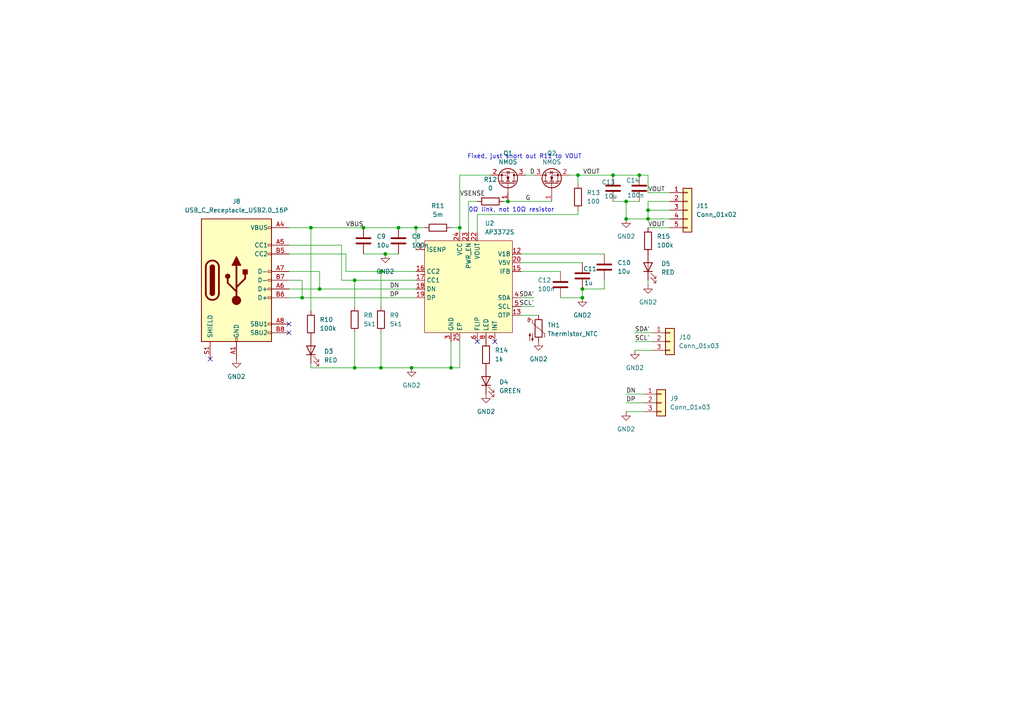
<source format=kicad_sch>
(kicad_sch (version 20231120) (generator "eeschema") (generator_version "8.0")
  (paper "A4")
  (lib_symbols
    (symbol "Connector:USB_C_Receptacle_USB2.0_16P" (pin_names (offset 1.016))
      (property "Reference" "J" (at 0 22.225 0))
      (property "Value" "USB_C_Receptacle_USB2.0_16P" (at 0 19.685 0))
      (symbol "USB_C_Receptacle_USB2.0_16P_0_0"
        (rectangle (start -0.254 -17.78) (end 0.254 -16.764))
        (rectangle (start 10.16 -14.986) (end 9.144 -15.494))
        (rectangle (start 10.16 -12.446) (end 9.144 -12.954))
        (rectangle (start 10.16 -4.826) (end 9.144 -5.334))
        (rectangle (start 10.16 -2.286) (end 9.144 -2.794))
        (rectangle (start 10.16 0.254) (end 9.144 -0.254))
        (rectangle (start 10.16 2.794) (end 9.144 2.286))
        (rectangle (start 10.16 7.874) (end 9.144 7.366))
        (rectangle (start 10.16 10.414) (end 9.144 9.906))
        (rectangle (start 10.16 15.494) (end 9.144 14.986))
      )
      (symbol "USB_C_Receptacle_USB2.0_16P_0_1"
        (rectangle (start -10.16 17.78) (end 10.16 -17.78) (stroke (width 0.254)) (fill (type background)))
        (arc (start -8.89 -3.81) (mid -6.985 -5.7067) (end -5.08 -3.81) (stroke (width 0.508)))
        (arc (start -7.62 -3.81) (mid -6.985 -4.4423) (end -6.35 -3.81) (stroke (width 0.254)))
        (arc (start -7.62 -3.81) (mid -6.985 -4.4423) (end -6.35 -3.81) (stroke (width 0.254)) (fill (type outline)))
        (rectangle (start -7.62 -3.81) (end -6.35 3.81) (stroke (width 0.254)) (fill (type outline)))
        (arc (start -6.35 3.81) (mid -6.985 4.4423) (end -7.62 3.81) (stroke (width 0.254)))
        (arc (start -6.35 3.81) (mid -6.985 4.4423) (end -7.62 3.81) (stroke (width 0.254)) (fill (type outline)))
        (arc (start -5.08 3.81) (mid -6.985 5.7067) (end -8.89 3.81) (stroke (width 0.508)))
        (circle (center -2.54 1.143) (radius 0.635) (stroke (width 0.254)) (fill (type outline)))
        (circle (center 0 -5.842) (radius 1.27) (fill (type outline)))
        (polyline (pts (xy -8.89 -3.81) (xy -8.89 3.81)) (stroke (width 0.508)))
        (polyline (pts (xy -5.08 3.81) (xy -5.08 -3.81)) (stroke (width 0.508)))
        (polyline (pts (xy 0 -5.842) (xy 0 4.318)) (stroke (width 0.508)))
        (polyline (pts (xy 0 -3.302) (xy -2.54 -0.762) (xy -2.54 0.508)) (stroke (width 0.508)))
        (polyline (pts (xy 0 -2.032) (xy 2.54 0.508) (xy 2.54 1.778)) (stroke (width 0.508)))
        (polyline (pts (xy -1.27 4.318) (xy 0 6.858) (xy 1.27 4.318) (xy -1.27 4.318)) (stroke (width 0.254)) (fill (type outline)))
        (rectangle (start 1.905 1.778) (end 3.175 3.048) (stroke (width 0.254)) (fill (type outline)))
      )
      (symbol "USB_C_Receptacle_USB2.0_16P_1_1"
        (pin passive line (at 0 -22.86 90) (length 5.08) (name "GND") (number "A1"))
        (pin passive line (at 0 -22.86 90) (length 5.08) hide (name "GND") (number "A12"))
        (pin passive line (at 15.24 15.24 180) (length 5.08) (name "VBUS") (number "A4"))
        (pin bidirectional line (at 15.24 10.16 180) (length 5.08) (name "CC1") (number "A5"))
        (pin bidirectional line (at 15.24 -2.54 180) (length 5.08) (name "D+") (number "A6"))
        (pin bidirectional line (at 15.24 2.54 180) (length 5.08) (name "D-") (number "A7"))
        (pin bidirectional line (at 15.24 -12.7 180) (length 5.08) (name "SBU1") (number "A8"))
        (pin passive line (at 15.24 15.24 180) (length 5.08) hide (name "VBUS") (number "A9"))
        (pin passive line (at 0 -22.86 90) (length 5.08) hide (name "GND") (number "B1"))
        (pin passive line (at 0 -22.86 90) (length 5.08) hide (name "GND") (number "B12"))
        (pin passive line (at 15.24 15.24 180) (length 5.08) hide (name "VBUS") (number "B4"))
        (pin bidirectional line (at 15.24 7.62 180) (length 5.08) (name "CC2") (number "B5"))
        (pin bidirectional line (at 15.24 -5.08 180) (length 5.08) (name "D+") (number "B6"))
        (pin bidirectional line (at 15.24 0 180) (length 5.08) (name "D-") (number "B7"))
        (pin bidirectional line (at 15.24 -15.24 180) (length 5.08) (name "SBU2") (number "B8"))
        (pin passive line (at 15.24 15.24 180) (length 5.08) hide (name "VBUS") (number "B9"))
        (pin passive line (at -7.62 -22.86 90) (length 5.08) (name "SHIELD") (number "S1"))
      )
    )
    (symbol "Connector_Generic:Conn_01x03" (pin_names (offset 1.016) hide)
      (property "Reference" "J" (at 0 5.08 0))
      (property "Value" "Conn_01x03" (at 0 -5.08 0))
      (symbol "Conn_01x03_1_1"
        (rectangle (start -1.27 -2.413) (end 0 -2.667) (stroke (width 0.1524)))
        (rectangle (start -1.27 0.127) (end 0 -0.127) (stroke (width 0.1524)))
        (rectangle (start -1.27 2.667) (end 0 2.413) (stroke (width 0.1524)))
        (rectangle (start -1.27 3.81) (end 1.27 -3.81) (stroke (width 0.254)) (fill (type background)))
        (pin passive line (at -5.08 2.54 0) (length 3.81) (name "Pin_1") (number "1"))
        (pin passive line (at -5.08 0 0) (length 3.81) (name "Pin_2") (number "2"))
        (pin passive line (at -5.08 -2.54 0) (length 3.81) (name "Pin_3") (number "3"))
      )
    )
    (symbol "Connector_Generic:Conn_01x05" (pin_names (offset 1.016) hide)
      (property "Reference" "J" (at 0 7.62 0))
      (property "Value" "Conn_01x05" (at 0 -7.62 0))
      (symbol "Conn_01x05_1_1"
        (rectangle (start -1.27 -4.953) (end 0 -5.207) (stroke (width 0.1524)))
        (rectangle (start -1.27 -2.413) (end 0 -2.667) (stroke (width 0.1524)))
        (rectangle (start -1.27 0.127) (end 0 -0.127) (stroke (width 0.1524)))
        (rectangle (start -1.27 2.667) (end 0 2.413) (stroke (width 0.1524)))
        (rectangle (start -1.27 5.207) (end 0 4.953) (stroke (width 0.1524)))
        (rectangle (start -1.27 6.35) (end 1.27 -6.35) (stroke (width 0.254)) (fill (type background)))
        (pin passive line (at -5.08 5.08 0) (length 3.81) (name "Pin_1") (number "1"))
        (pin passive line (at -5.08 2.54 0) (length 3.81) (name "Pin_2") (number "2"))
        (pin passive line (at -5.08 0 0) (length 3.81) (name "Pin_3") (number "3"))
        (pin passive line (at -5.08 -2.54 0) (length 3.81) (name "Pin_4") (number "4"))
        (pin passive line (at -5.08 -5.08 0) (length 3.81) (name "Pin_5") (number "5"))
      )
    )
    (symbol "Custom:AP33772S"
      (property "Reference" "U" (at 0 1.016 0))
      (property "Value" "AP3372S" (at 0 -1.524 0))
      (symbol "AP33772S_1_1"
        (rectangle (start -12.7 12.7) (end 12.7 -13.97) (fill (type background)))
        (pin input line (at -15.24 10.16 0) (length 2.54) (name "ISENP") (number "1"))
        (pin no_connect line (at -15.24 -11.43 0) (length 2.54) hide (name "NC") (number "10"))
        (pin no_connect line (at -15.24 -12.7 0) (length 2.54) hide (name "NC") (number "11"))
        (pin input line (at 15.24 8.89 180) (length 2.54) (name "V18") (number "12"))
        (pin input line (at 15.24 -8.89 180) (length 2.54) (name "OTP") (number "13"))
        (pin no_connect line (at -15.24 -7.62 0) (length 2.54) hide (name "NC") (number "14"))
        (pin input line (at 15.24 3.81 180) (length 2.54) (name "IFB") (number "15"))
        (pin input line (at -15.24 3.81 0) (length 2.54) (name "CC2") (number "16"))
        (pin input line (at -15.24 1.27 0) (length 2.54) (name "CC1") (number "17"))
        (pin input line (at -15.24 -1.27 0) (length 2.54) (name "DN") (number "18"))
        (pin input line (at -15.24 -3.81 0) (length 2.54) (name "DP") (number "19"))
        (pin no_connect line (at -15.24 -6.35 0) (length 2.54) hide (name "NC") (number "2"))
        (pin input line (at 15.24 6.35 180) (length 2.54) (name "V5V") (number "20"))
        (pin no_connect line (at -15.24 -10.16 0) (length 2.54) hide (name "NC") (number "21"))
        (pin input line (at 2.54 15.24 270) (length 2.54) (name "VOUT") (number "22"))
        (pin input line (at 0 15.24 270) (length 2.54) (name "PWR_EN") (number "23"))
        (pin input line (at -2.54 15.24 270) (length 2.54) (name "VCC") (number "24"))
        (pin input line (at -2.54 -16.51 90) (length 2.54) (name "EP") (number "25"))
        (pin input line (at -5.08 -16.51 90) (length 2.54) (name "GND") (number "3"))
        (pin input line (at 15.24 -3.81 180) (length 2.54) (name "SDA") (number "4"))
        (pin input line (at 15.24 -6.35 180) (length 2.54) (name "SCL") (number "5"))
        (pin input line (at 2.54 -16.51 90) (length 2.54) (name "FLIP") (number "6"))
        (pin no_connect line (at -15.24 -8.89 0) (length 2.54) hide (name "NC") (number "7"))
        (pin input line (at 5.08 -16.51 90) (length 2.54) (name "LED") (number "8"))
        (pin input line (at 7.62 -16.51 90) (length 2.54) (name "INT") (number "9"))
      )
    )
    (symbol "Device:C" (pin_numbers hide) (pin_names (offset 0.254))
      (property "Reference" "C" (at 0.635 2.54 0))
      (property "Value" "C" (at 0.635 -2.54 0))
      (symbol "C_0_1"
        (polyline (pts (xy -2.032 -0.762) (xy 2.032 -0.762)) (stroke (width 0.508)))
        (polyline (pts (xy -2.032 0.762) (xy 2.032 0.762)) (stroke (width 0.508)))
      )
      (symbol "C_1_1"
        (pin passive line (at 0 3.81 270) (length 2.794) (name "~") (number "1"))
        (pin passive line (at 0 -3.81 90) (length 2.794) (name "~") (number "2"))
      )
    )
    (symbol "Device:LED" (pin_numbers hide) (pin_names (offset 1.016) hide)
      (property "Reference" "D" (at 0 2.54 0))
      (property "Value" "LED" (at 0 -2.54 0))
      (symbol "LED_0_1"
        (polyline (pts (xy -1.27 -1.27) (xy -1.27 1.27)) (stroke (width 0.254)))
        (polyline (pts (xy -1.27 0) (xy 1.27 0)))
        (polyline (pts (xy 1.27 -1.27) (xy 1.27 1.27) (xy -1.27 0) (xy 1.27 -1.27)) (stroke (width 0.254)))
        (polyline (pts (xy -3.048 -0.762) (xy -4.572 -2.286) (xy -3.81 -2.286) (xy -4.572 -2.286) (xy -4.572 -1.524)))
        (polyline (pts (xy -1.778 -0.762) (xy -3.302 -2.286) (xy -2.54 -2.286) (xy -3.302 -2.286) (xy -3.302 -1.524)))
      )
      (symbol "LED_1_1"
        (pin passive line (at -3.81 0 0) (length 2.54) (name "K") (number "1"))
        (pin passive line (at 3.81 0 180) (length 2.54) (name "A") (number "2"))
      )
    )
    (symbol "Device:R" (pin_numbers hide) (pin_names (offset 0))
      (property "Reference" "R" (at 2.032 0 90))
      (property "Value" "R" (at 0 0 90))
      (symbol "R_0_1"
        (rectangle (start -1.016 -2.54) (end 1.016 2.54) (stroke (width 0.254)))
      )
      (symbol "R_1_1"
        (pin passive line (at 0 3.81 270) (length 1.27) (name "~") (number "1"))
        (pin passive line (at 0 -3.81 90) (length 1.27) (name "~") (number "2"))
      )
    )
    (symbol "Device:Thermistor_NTC" (pin_numbers hide) (pin_names (offset 0))
      (property "Reference" "TH" (at -4.445 0 90))
      (property "Value" "Thermistor_NTC" (at 3.175 0 90))
      (symbol "Thermistor_NTC_0_1"
        (arc (start -3.048 2.159) (mid -3.0495 2.3143) (end -3.175 2.413))
        (arc (start -3.048 2.159) (mid -2.9736 1.9794) (end -2.794 1.905))
        (arc (start -3.048 2.794) (mid -2.9736 2.6144) (end -2.794 2.54))
        (arc (start -2.794 1.905) (mid -2.6144 1.9794) (end -2.54 2.159))
        (arc (start -2.794 2.54) (mid -2.4393 2.5587) (end -2.159 2.794))
        (arc (start -2.794 3.048) (mid -2.9736 2.9736) (end -3.048 2.794))
        (arc (start -2.54 2.794) (mid -2.6144 2.9736) (end -2.794 3.048))
        (rectangle (start -1.016 2.54) (end 1.016 -2.54) (stroke (width 0.254)))
        (polyline (pts (xy -2.54 2.159) (xy -2.54 2.794)))
        (polyline (pts (xy -1.778 2.54) (xy -1.778 1.524) (xy 1.778 -1.524) (xy 1.778 -2.54)))
        (polyline (pts (xy -2.54 -3.683) (xy -2.54 -1.397) (xy -2.794 -2.159) (xy -2.286 -2.159) (xy -2.54 -1.397) (xy -2.54 -1.651)) (fill (type outline)))
        (polyline (pts (xy -1.778 -1.397) (xy -1.778 -3.683) (xy -2.032 -2.921) (xy -1.524 -2.921) (xy -1.778 -3.683) (xy -1.778 -3.429)) (fill (type outline)))
      )
      (symbol "Thermistor_NTC_1_1"
        (pin passive line (at 0 3.81 270) (length 1.27) (name "~") (number "1"))
        (pin passive line (at 0 -3.81 90) (length 1.27) (name "~") (number "2"))
      )
    )
    (symbol "Transistor_FET:BSS138" (pin_names hide)
      (property "Reference" "Q" (at 5.08 1.905 0))
      (property "Value" "BSS138" (at 5.08 0 0))
      (symbol "BSS138_0_1"
        (polyline (pts (xy 0.254 0) (xy -2.54 0)))
        (polyline (pts (xy 0.254 1.905) (xy 0.254 -1.905)) (stroke (width 0.254)))
        (polyline (pts (xy 0.762 -1.27) (xy 0.762 -2.286)) (stroke (width 0.254)))
        (polyline (pts (xy 0.762 0.508) (xy 0.762 -0.508)) (stroke (width 0.254)))
        (polyline (pts (xy 0.762 2.286) (xy 0.762 1.27)) (stroke (width 0.254)))
        (polyline (pts (xy 2.54 2.54) (xy 2.54 1.778)))
        (polyline (pts (xy 2.54 -2.54) (xy 2.54 0) (xy 0.762 0)))
        (polyline (pts (xy 0.762 -1.778) (xy 3.302 -1.778) (xy 3.302 1.778) (xy 0.762 1.778)))
        (polyline (pts (xy 1.016 0) (xy 2.032 0.381) (xy 2.032 -0.381) (xy 1.016 0)) (fill (type outline)))
        (polyline (pts (xy 2.794 0.508) (xy 2.921 0.381) (xy 3.683 0.381) (xy 3.81 0.254)))
        (polyline (pts (xy 3.302 0.381) (xy 2.921 -0.254) (xy 3.683 -0.254) (xy 3.302 0.381)))
        (circle (center 1.651 0) (radius 2.794) (stroke (width 0.254)))
        (circle (center 2.54 -1.778) (radius 0.254) (fill (type outline)))
        (circle (center 2.54 1.778) (radius 0.254) (fill (type outline)))
      )
      (symbol "BSS138_1_1"
        (pin input line (at -5.08 0 0) (length 2.54) (name "G") (number "1"))
        (pin passive line (at 2.54 -5.08 90) (length 2.54) (name "S") (number "2"))
        (pin passive line (at 2.54 5.08 270) (length 2.54) (name "D") (number "3"))
      )
    )
    (symbol "power:GND2" (power) (pin_names (offset 0))
      (property "Value" "GND2" (at 0 -3.81 0))
      (symbol "GND2_0_1"
        (polyline (pts (xy 0 0) (xy 0 -1.27) (xy 1.27 -1.27) (xy 0 -2.54) (xy -1.27 -1.27) (xy 0 -1.27)))
      )
      (symbol "GND2_1_1"
        (pin power_in line (at 0 0 270) (length 0) hide (name "GND2") (number "1"))
      )
    )
  )
  (junction (at 105.41 66.04))
  (junction (at 168.91 83.82))
  (junction (at 110.49 78.74))
  (junction (at 187.96 63.5))
  (junction (at 102.87 81.28))
  (junction (at 130.81 106.68))
  (junction (at 147.32 58.42))
  (junction (at 102.87 106.68))
  (junction (at 92.71 83.82))
  (junction (at 119.38 106.68))
  (junction (at 181.61 58.42))
  (junction (at 187.96 60.96))
  (junction (at 167.64 50.8))
  (junction (at 177.8 50.8))
  (junction (at 111.76 73.66))
  (junction (at 90.17 66.04))
  (junction (at 185.42 50.8))
  (junction (at 115.57 66.04))
  (junction (at 133.35 66.04))
  (junction (at 110.49 106.68))
  (junction (at 120.65 66.04))
  (junction (at 181.61 63.5))
  (junction (at 87.63 86.36))
  (junction (at 168.91 86.36))
  (no_connect (at 83.82 96.52))
  (no_connect (at 143.51 99.06))
  (no_connect (at 83.82 93.98))
  (no_connect (at 138.43 99.06))
  (no_connect (at 60.96 104.14))
  (wire (pts (xy 175.26 83.82) (xy 175.26 81.28)))
  (wire (pts (xy 181.61 116.84) (xy 186.69 116.84)))
  (wire (pts (xy 184.15 99.06) (xy 189.23 99.06)))
  (wire (pts (xy 185.42 50.8) (xy 187.96 50.8)))
  (wire (pts (xy 187.96 63.5) (xy 194.31 63.5)))
  (wire (pts (xy 151.13 78.74) (xy 162.56 78.74)))
  (wire (pts (xy 154.94 50.8) (xy 152.4 50.8)))
  (wire (pts (xy 102.87 81.28) (xy 120.65 81.28)))
  (wire (pts (xy 181.61 119.38) (xy 186.69 119.38)))
  (wire (pts (xy 187.96 81.28) (xy 187.96 82.55)))
  (wire (pts (xy 83.82 73.66) (xy 100.33 73.66)))
  (wire (pts (xy 187.96 50.8) (xy 187.96 55.88)))
  (wire (pts (xy 115.57 66.04) (xy 120.65 66.04)))
  (wire (pts (xy 90.17 105.41) (xy 90.17 106.68)))
  (wire (pts (xy 151.13 88.9) (xy 154.94 88.9)))
  (wire (pts (xy 181.61 58.42) (xy 181.61 63.5)))
  (wire (pts (xy 151.13 73.66) (xy 175.26 73.66)))
  (wire (pts (xy 133.35 106.68) (xy 130.81 106.68)))
  (wire (pts (xy 87.63 86.36) (xy 120.65 86.36)))
  (wire (pts (xy 110.49 106.68) (xy 119.38 106.68)))
  (wire (pts (xy 133.35 99.06) (xy 133.35 106.68)))
  (wire (pts (xy 92.71 78.74) (xy 92.71 83.82)))
  (wire (pts (xy 181.61 63.5) (xy 187.96 63.5)))
  (wire (pts (xy 100.33 78.74) (xy 110.49 78.74)))
  (wire (pts (xy 120.65 66.04) (xy 120.65 72.39)))
  (wire (pts (xy 168.91 83.82) (xy 175.26 83.82)))
  (wire (pts (xy 110.49 78.74) (xy 120.65 78.74)))
  (wire (pts (xy 181.61 114.3) (xy 186.69 114.3)))
  (wire (pts (xy 187.96 60.96) (xy 194.31 60.96)))
  (wire (pts (xy 87.63 81.28) (xy 87.63 86.36)))
  (wire (pts (xy 184.15 96.52) (xy 189.23 96.52)))
  (wire (pts (xy 138.43 67.31) (xy 138.43 62.23)))
  (wire (pts (xy 130.81 99.06) (xy 130.81 106.68)))
  (wire (pts (xy 133.35 50.8) (xy 142.24 50.8)))
  (wire (pts (xy 130.81 106.68) (xy 119.38 106.68)))
  (wire (pts (xy 83.82 66.04) (xy 90.17 66.04)))
  (wire (pts (xy 105.41 66.04) (xy 115.57 66.04)))
  (wire (pts (xy 162.56 86.36) (xy 168.91 86.36)))
  (wire (pts (xy 133.35 66.04) (xy 133.35 50.8)))
  (wire (pts (xy 177.8 58.42) (xy 181.61 58.42)))
  (wire (pts (xy 194.31 58.42) (xy 187.96 58.42)))
  (wire (pts (xy 187.96 60.96) (xy 187.96 63.5)))
  (wire (pts (xy 92.71 83.82) (xy 120.65 83.82)))
  (wire (pts (xy 120.65 66.04) (xy 123.19 66.04)))
  (wire (pts (xy 138.43 62.23) (xy 167.64 62.23)))
  (wire (pts (xy 167.64 53.34) (xy 167.64 50.8)))
  (wire (pts (xy 177.8 50.8) (xy 185.42 50.8)))
  (wire (pts (xy 102.87 106.68) (xy 110.49 106.68)))
  (wire (pts (xy 147.32 58.42) (xy 160.02 58.42)))
  (wire (pts (xy 151.13 86.36) (xy 154.94 86.36)))
  (wire (pts (xy 165.1 50.8) (xy 167.64 50.8)))
  (wire (pts (xy 90.17 66.04) (xy 90.17 90.17)))
  (wire (pts (xy 110.49 78.74) (xy 110.49 88.9)))
  (wire (pts (xy 83.82 81.28) (xy 87.63 81.28)))
  (wire (pts (xy 133.35 66.04) (xy 133.35 67.31)))
  (wire (pts (xy 167.64 62.23) (xy 167.64 60.96)))
  (wire (pts (xy 102.87 96.52) (xy 102.87 106.68)))
  (wire (pts (xy 194.31 66.04) (xy 187.96 66.04)))
  (wire (pts (xy 151.13 76.2) (xy 168.91 76.2)))
  (wire (pts (xy 184.15 101.6) (xy 189.23 101.6)))
  (wire (pts (xy 168.91 86.36) (xy 168.91 83.82)))
  (wire (pts (xy 194.31 55.88) (xy 187.96 55.88)))
  (wire (pts (xy 99.06 81.28) (xy 102.87 81.28)))
  (wire (pts (xy 187.96 58.42) (xy 187.96 60.96)))
  (wire (pts (xy 99.06 71.12) (xy 99.06 81.28)))
  (wire (pts (xy 105.41 73.66) (xy 111.76 73.66)))
  (wire (pts (xy 102.87 81.28) (xy 102.87 88.9)))
  (wire (pts (xy 130.81 66.04) (xy 133.35 66.04)))
  (wire (pts (xy 87.63 86.36) (xy 83.82 86.36)))
  (wire (pts (xy 110.49 96.52) (xy 110.49 106.68)))
  (wire (pts (xy 100.33 73.66) (xy 100.33 78.74)))
  (wire (pts (xy 181.61 58.42) (xy 185.42 58.42)))
  (wire (pts (xy 90.17 106.68) (xy 102.87 106.68)))
  (wire (pts (xy 146.05 58.42) (xy 147.32 58.42)))
  (wire (pts (xy 167.64 50.8) (xy 177.8 50.8)))
  (wire (pts (xy 83.82 78.74) (xy 92.71 78.74)))
  (wire (pts (xy 135.89 58.42) (xy 138.43 58.42)))
  (wire (pts (xy 151.13 91.44) (xy 156.21 91.44)))
  (wire (pts (xy 111.76 73.66) (xy 115.57 73.66)))
  (wire (pts (xy 135.89 67.31) (xy 135.89 58.42)))
  (wire (pts (xy 90.17 66.04) (xy 105.41 66.04)))
  (wire (pts (xy 83.82 83.82) (xy 92.71 83.82)))
  (wire (pts (xy 83.82 71.12) (xy 99.06 71.12)))
  (text "Fixed, just short out R11 to VOUT" (at 152.146 45.466 0) (effects (font (size 1.27 1.27))))
  (text "0Ω link, not 10Ω resistor" (at 148.336 60.96 0) (effects (font (size 1.27 1.27))))
  (label "SCL'" (at 154.94 88.9 180))
  (label "SDA'" (at 184.15 96.52 0))
  (label "DN" (at 181.61 114.3 0))
  (label "D" (at 153.67 50.8 0))
  (label "VSENSE" (at 133.35 57.15 0))
  (label "DP" (at 113.03 86.36 0))
  (label "DN" (at 113.03 83.82 0))
  (label "VOUT" (at 187.96 55.88 0))
  (label "G" (at 152.4 58.42 0))
  (label "DP" (at 181.61 116.84 0))
  (label "SCL'" (at 184.15 99.06 0))
  (label "VBUS" (at 100.33 66.04 0))
  (label "SDA'" (at 154.94 86.36 180))
  (label "VOUT" (at 173.99 50.8 180))
  (label "VOUT" (at 187.96 66.04 0))
  (symbol (lib_id "Device:Thermistor_NTC") (at 156.21 95.25 0) (unit 1)
    (property "Reference" "TH1" (at 158.75 94.2974 0) (effects (justify left)))
    (property "Value" "Thermistor_NTC" (at 158.75 96.8374 0) (effects (justify left)))
    (property "Footprint" "Resistor_SMD:R_0805_2012Metric_Pad1.20x1.40mm_HandSolder" (effects (hide yes)))
    (property "Description" "Temperature dependent resistor, negative temperature coefficient" (effects (hide yes)))
  )
  (symbol (lib_id "Transistor_FET:BSS138") (at 160.02 53.34 90) (unit 1)
    (property "Reference" "Q2" (at 160.02 44.45 90))
    (property "Value" "NMOS" (at 160.02 46.99 90))
    (property "Footprint" "Package_TO_SOT_SMD:SOT-23" (effects (hide yes)))
    (property "Datasheet" "https://www.onsemi.com/pub/Collateral/BSS138-D.PDF" (effects (hide yes)))
    (property "Description" "50V Vds, 0.22A Id, N-Channel MOSFET, SOT-23" (effects (hide yes)))
    (property "Sim.Device" "NMOS" (effects (hide yes)))
    (property "Sim.Type" "VDMOS" (effects (hide yes)))
    (property "Sim.Pins" "1=D 2=G 3=S" (effects (hide yes)))
  )
  (symbol (lib_id "Device:R") (at 102.87 92.71 0) (unit 1)
    (property "Reference" "R8" (at 105.41 91.4399 0) (effects (justify left)))
    (property "Value" "5k1" (at 105.41 93.9799 0) (effects (justify left)))
    (property "Footprint" "Resistor_SMD:R_0805_2012Metric_Pad1.20x1.40mm_HandSolder" (effects (hide yes)))
    (property "Description" "Resistor" (effects (hide yes)))
  )
  (symbol (lib_id "power:GND2") (at 68.58 104.14 0) (unit 1)
    (property "Reference" "#PWR030" (effects (hide yes)))
    (property "Value" "GND2" (at 68.58 109.22 0))
    (property "Description" "Power symbol creates a global label with name \"GND2\" , ground" (effects (hide yes)))
  )
  (symbol (lib_id "Device:R") (at 142.24 58.42 90) (unit 1)
    (property "Reference" "R12" (at 142.24 52.07 90))
    (property "Value" "0" (at 142.24 54.61 90))
    (property "Footprint" "Resistor_SMD:R_0805_2012Metric_Pad1.20x1.40mm_HandSolder" (effects (hide yes)))
    (property "Description" "Resistor" (effects (hide yes)))
  )
  (symbol (lib_id "Device:R") (at 127 66.04 90) (unit 1)
    (property "Reference" "R11" (at 127 59.69 90))
    (property "Value" "5m" (at 127 62.23 90))
    (property "Footprint" "Resistor_SMD:R_2512_6332Metric_Pad1.40x3.35mm_HandSolder" (effects (hide yes)))
    (property "Description" "Resistor" (effects (hide yes)))
  )
  (symbol (lib_id "power:GND2") (at 187.96 82.55 0) (unit 1)
    (property "Reference" "#PWR038" (effects (hide yes)))
    (property "Value" "GND2" (at 187.96 87.63 0))
    (property "Description" "Power symbol creates a global label with name \"GND2\" , ground" (effects (hide yes)))
  )
  (symbol (lib_id "Device:LED") (at 140.97 110.49 90) (unit 1)
    (property "Reference" "D4" (at 144.78 110.8074 90) (effects (justify right)))
    (property "Value" "GREEN" (at 144.78 113.3474 90) (effects (justify right)))
    (property "Footprint" "LED_SMD:LED_0805_2012Metric_Pad1.15x1.40mm_HandSolder" (effects (hide yes)))
    (property "Description" "Light emitting diode" (effects (hide yes)))
  )
  (symbol (lib_id "power:GND2") (at 119.38 106.68 0) (unit 1)
    (property "Reference" "#PWR029" (effects (hide yes)))
    (property "Value" "GND2" (at 119.38 111.76 0))
    (property "Description" "Power symbol creates a global label with name \"GND2\" , ground" (effects (hide yes)))
  )
  (symbol (lib_id "power:GND2") (at 111.76 73.66 0) (unit 1)
    (property "Reference" "#PWR031" (effects (hide yes)))
    (property "Value" "GND2" (at 111.76 78.74 0))
    (property "Description" "Power symbol creates a global label with name \"GND2\" , ground" (effects (hide yes)))
  )
  (symbol (lib_id "power:GND2") (at 168.91 86.36 0) (unit 1)
    (property "Reference" "#PWR033" (effects (hide yes)))
    (property "Value" "GND2" (at 168.91 91.44 0))
    (property "Description" "Power symbol creates a global label with name \"GND2\" , ground" (effects (hide yes)))
  )
  (symbol (lib_id "power:GND2") (at 140.97 114.3 0) (unit 1)
    (property "Reference" "#PWR034" (effects (hide yes)))
    (property "Value" "GND2" (at 140.97 119.38 0))
    (property "Description" "Power symbol creates a global label with name \"GND2\" , ground" (effects (hide yes)))
  )
  (symbol (lib_id "power:GND2") (at 184.15 101.6 0) (unit 1)
    (property "Reference" "#PWR036" (effects (hide yes)))
    (property "Value" "GND2" (at 184.15 106.68 0))
    (property "Description" "Power symbol creates a global label with name \"GND2\" , ground" (effects (hide yes)))
  )
  (symbol (lib_id "power:GND2") (at 156.21 99.06 0) (unit 1)
    (property "Reference" "#PWR032" (effects (hide yes)))
    (property "Value" "GND2" (at 156.21 104.14 0))
    (property "Description" "Power symbol creates a global label with name \"GND2\" , ground" (effects (hide yes)))
  )
  (symbol (lib_id "power:GND2") (at 181.61 63.5 0) (unit 1)
    (property "Reference" "#PWR037" (effects (hide yes)))
    (property "Value" "GND2" (at 181.61 68.58 0))
    (property "Description" "Power symbol creates a global label with name \"GND2\" , ground" (effects (hide yes)))
  )
  (symbol (lib_id "Device:LED") (at 90.17 101.6 90) (unit 1)
    (property "Reference" "D3" (at 93.98 101.9174 90) (effects (justify right)))
    (property "Value" "RED" (at 93.98 104.4574 90) (effects (justify right)))
    (property "Footprint" "LED_SMD:LED_0805_2012Metric_Pad1.15x1.40mm_HandSolder" (effects (hide yes)))
    (property "Description" "Light emitting diode" (effects (hide yes)))
  )
  (symbol (lib_id "Connector_Generic:Conn_01x03") (at 194.31 99.06 0) (unit 1)
    (property "Reference" "J10" (at 196.85 97.7899 0) (effects (justify left)))
    (property "Value" "Conn_01x03" (at 196.85 100.3299 0) (effects (justify left)))
    (property "Footprint" "Connector_PinHeader_2.54mm:PinHeader_1x03_P2.54mm_Vertical" (effects (hide yes)))
    (property "Description" "Generic connector, single row, 01x03, script generated (kicad-library-utils/schlib/autogen/connector/)" (effects (hide yes)))
  )
  (symbol (lib_id "Device:LED") (at 187.96 77.47 90) (unit 1)
    (property "Reference" "D5" (at 191.77 76.454 90) (effects (justify right)))
    (property "Value" "RED" (at 191.77 78.994 90) (effects (justify right)))
    (property "Footprint" "LED_SMD:LED_0805_2012Metric_Pad1.15x1.40mm_HandSolder" (effects (hide yes)))
    (property "Description" "Light emitting diode" (effects (hide yes)))
  )
  (symbol (lib_id "Device:C") (at 115.57 69.85 0) (unit 1)
    (property "Reference" "C8" (at 119.38 68.5799 0) (effects (justify left)))
    (property "Value" "100n" (at 119.38 71.1199 0) (effects (justify left)))
    (property "Footprint" "Capacitor_SMD:C_0805_2012Metric_Pad1.18x1.45mm_HandSolder" (effects (hide yes)))
    (property "Description" "Unpolarized capacitor" (effects (hide yes)))
  )
  (symbol (lib_id "Device:R") (at 140.97 102.87 0) (unit 1)
    (property "Reference" "R14" (at 143.51 101.5999 0) (effects (justify left)))
    (property "Value" "1k" (at 143.51 104.1399 0) (effects (justify left)))
    (property "Footprint" "Resistor_SMD:R_0805_2012Metric_Pad1.20x1.40mm_HandSolder" (effects (hide yes)))
    (property "Description" "Resistor" (effects (hide yes)))
  )
  (symbol (lib_id "Device:R") (at 90.17 93.98 0) (unit 1)
    (property "Reference" "R10" (at 92.71 92.7099 0) (effects (justify left)))
    (property "Value" "100k" (at 92.71 95.2499 0) (effects (justify left)))
    (property "Footprint" "Resistor_SMD:R_0805_2012Metric_Pad1.20x1.40mm_HandSolder" (effects (hide yes)))
    (property "Description" "Resistor" (effects (hide yes)))
  )
  (symbol (lib_id "Connector_Generic:Conn_01x05") (at 199.39 60.96 0) (unit 1)
    (property "Reference" "J11" (at 201.93 59.6899 0) (effects (justify left)))
    (property "Value" "Conn_01x02" (at 201.93 62.2299 0) (effects (justify left)))
    (property "Footprint" "Connector_PinHeader_2.54mm:PinHeader_1x05_P2.54mm_Vertical" (effects (hide yes)))
    (property "Description" "Generic connector, single row, 01x05, script generated (kicad-library-utils/schlib/autogen/connector/)" (effects (hide yes)))
  )
  (symbol (lib_id "Device:R") (at 187.96 69.85 0) (unit 1)
    (property "Reference" "R15" (at 190.5 68.5799 0) (effects (justify left)))
    (property "Value" "100k" (at 190.5 71.1199 0) (effects (justify left)))
    (property "Footprint" "Resistor_SMD:R_0805_2012Metric_Pad1.20x1.40mm_HandSolder" (effects (hide yes)))
    (property "Description" "Resistor" (effects (hide yes)))
  )
  (symbol (lib_id "Connector:USB_C_Receptacle_USB2.0_16P") (at 68.58 81.28 0) (unit 1)
    (property "Reference" "J8" (at 68.58 58.42 0))
    (property "Value" "USB_C_Receptacle_USB2.0_16P" (at 68.58 60.96 0))
    (property "Footprint" "misc:usb_c_connector" (effects (hide yes)))
    (property "Datasheet" "https://www.usb.org/sites/default/files/documents/usb_type-c.zip" (effects (hide yes)))
    (property "Description" "USB 2.0-only 16P Type-C Receptacle connector" (effects (hide yes)))
  )
  (symbol (lib_id "Device:C") (at 162.56 82.55 0) (unit 1)
    (property "Reference" "C12" (at 155.956 81.28 0) (effects (justify left)))
    (property "Value" "100n" (at 155.956 83.82 0) (effects (justify left)))
    (property "Footprint" "Capacitor_SMD:C_0805_2012Metric_Pad1.18x1.45mm_HandSolder" (effects (hide yes)))
    (property "Description" "Unpolarized capacitor" (effects (hide yes)))
  )
  (symbol (lib_id "Device:C") (at 185.42 54.61 0) (unit 1)
    (property "Reference" "C14" (at 181.61 52.324 0) (effects (justify left)))
    (property "Value" "100n" (at 181.864 56.642 0) (effects (justify left)))
    (property "Footprint" "Capacitor_SMD:C_0805_2012Metric_Pad1.18x1.45mm_HandSolder" (effects (hide yes)))
    (property "Description" "Unpolarized capacitor" (effects (hide yes)))
  )
  (symbol (lib_id "Connector_Generic:Conn_01x03") (at 191.77 116.84 0) (unit 1)
    (property "Reference" "J9" (at 194.31 115.5699 0) (effects (justify left)))
    (property "Value" "Conn_01x03" (at 194.31 118.1099 0) (effects (justify left)))
    (property "Footprint" "Connector_PinHeader_2.54mm:PinHeader_1x03_P2.54mm_Vertical" (effects (hide yes)))
    (property "Description" "Generic connector, single row, 01x03, script generated (kicad-library-utils/schlib/autogen/connector/)" (effects (hide yes)))
  )
  (symbol (lib_id "Device:C") (at 177.8 54.61 0) (unit 1)
    (property "Reference" "C13" (at 174.498 52.832 0) (effects (justify left)))
    (property "Value" "10u" (at 175.26 56.896 0) (effects (justify left)))
    (property "Footprint" "Capacitor_SMD:C_1206_3216Metric_Pad1.33x1.80mm_HandSolder" (effects (hide yes)))
    (property "Description" "Unpolarized capacitor" (effects (hide yes)))
  )
  (symbol (lib_id "Device:R") (at 167.64 57.15 180) (unit 1)
    (property "Reference" "R13" (at 170.18 55.8799 0) (effects (justify right)))
    (property "Value" "100" (at 170.18 58.4199 0) (effects (justify right)))
    (property "Footprint" "Resistor_SMD:R_0805_2012Metric_Pad1.20x1.40mm_HandSolder" (effects (hide yes)))
    (property "Description" "Resistor" (effects (hide yes)))
  )
  (symbol (lib_id "Transistor_FET:BSS138") (at 147.32 53.34 270) (mirror x) (unit 1)
    (property "Reference" "Q1" (at 147.32 44.45 90))
    (property "Value" "NMOS" (at 147.32 46.99 90))
    (property "Footprint" "Package_TO_SOT_SMD:SOT-23" (effects (hide yes)))
    (property "Datasheet" "https://www.onsemi.com/pub/Collateral/BSS138-D.PDF" (effects (hide yes)))
    (property "Description" "50V Vds, 0.22A Id, N-Channel MOSFET, SOT-23" (effects (hide yes)))
    (property "Sim.Device" "NMOS" (effects (hide yes)))
    (property "Sim.Type" "VDMOS" (effects (hide yes)))
    (property "Sim.Pins" "1=D 2=G 3=S" (effects (hide yes)))
  )
  (symbol (lib_id "Device:R") (at 110.49 92.71 0) (unit 1)
    (property "Reference" "R9" (at 113.03 91.4399 0) (effects (justify left)))
    (property "Value" "5k1" (at 113.03 93.9799 0) (effects (justify left)))
    (property "Footprint" "Resistor_SMD:R_0805_2012Metric_Pad1.20x1.40mm_HandSolder" (effects (hide yes)))
    (property "Description" "Resistor" (effects (hide yes)))
  )
  (symbol (lib_id "Device:C") (at 105.41 69.85 0) (unit 1)
    (property "Reference" "C9" (at 109.22 68.5799 0) (effects (justify left)))
    (property "Value" "10u" (at 109.22 71.1199 0) (effects (justify left)))
    (property "Footprint" "Capacitor_SMD:C_1206_3216Metric_Pad1.33x1.80mm_HandSolder" (effects (hide yes)))
    (property "Description" "Unpolarized capacitor" (effects (hide yes)))
  )
  (symbol (lib_id "power:GND2") (at 181.61 119.38 0) (unit 1)
    (property "Reference" "#PWR035" (effects (hide yes)))
    (property "Value" "GND2" (at 181.61 124.46 0))
    (property "Description" "Power symbol creates a global label with name \"GND2\" , ground" (effects (hide yes)))
  )
  (symbol (lib_id "Custom:AP33772S") (at 135.89 82.55 0) (unit 1)
    (property "Reference" "U2" (at 140.6241 64.77 0) (effects (justify left)))
    (property "Value" "AP3372S" (at 140.6241 67.31 0) (effects (justify left)))
    (property "Footprint" "Package_DFN_QFN:QFN-24-1EP_4x4mm_P0.5mm_EP2.6x2.6mm" (effects (hide yes)))
  )
  (symbol (lib_id "Device:C") (at 175.26 77.47 0) (unit 1)
    (property "Reference" "C10" (at 179.07 76.1999 0) (effects (justify left)))
    (property "Value" "10u" (at 179.07 78.7399 0) (effects (justify left)))
    (property "Footprint" "Capacitor_SMD:C_0805_2012Metric_Pad1.18x1.45mm_HandSolder" (effects (hide yes)))
    (property "Description" "Unpolarized capacitor" (effects (hide yes)))
  )
  (symbol (lib_id "Device:C") (at 168.91 80.01 0) (unit 1)
    (property "Reference" "C11" (at 169.164 77.978 0) (effects (justify left)))
    (property "Value" "1u" (at 169.418 82.042 0) (effects (justify left)))
    (property "Footprint" "Capacitor_SMD:C_0805_2012Metric_Pad1.18x1.45mm_HandSolder" (effects (hide yes)))
    (property "Description" "Unpolarized capacitor" (effects (hide yes)))
  )
)
</source>
